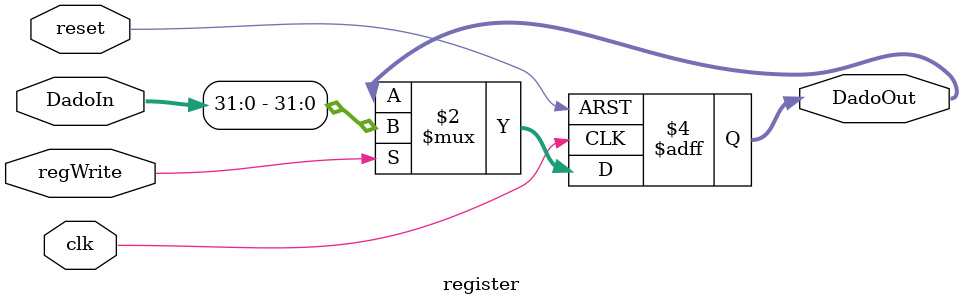
<source format=sv>
module register(
            input clk,
            input reset,
            input regWrite,
            input logic [64-1:0] DadoIn,
            output logic [32-1:0] DadoOut
        );

always_ff @(posedge clk or posedge reset)
begin	
	if(reset)
		DadoOut <= 32'd0;
	else
	begin
		if (regWrite) begin
		    DadoOut[31:0] <= DadoIn[31:0];
		end
	end		
end
endmodule 

</source>
